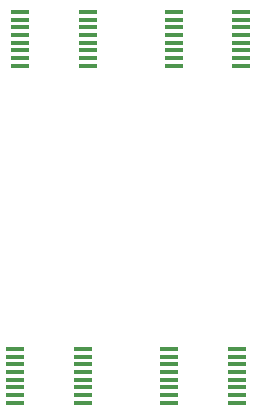
<source format=gbr>
%TF.GenerationSoftware,KiCad,Pcbnew,8.0.9-8.0.9-0~ubuntu22.04.1*%
%TF.CreationDate,2025-03-21T08:59:58-04:00*%
%TF.ProjectId,WS_Wheel_PCB,57535f57-6865-4656-9c5f-5043422e6b69,rev?*%
%TF.SameCoordinates,Original*%
%TF.FileFunction,Paste,Top*%
%TF.FilePolarity,Positive*%
%FSLAX46Y46*%
G04 Gerber Fmt 4.6, Leading zero omitted, Abs format (unit mm)*
G04 Created by KiCad (PCBNEW 8.0.9-8.0.9-0~ubuntu22.04.1) date 2025-03-21 08:59:58*
%MOMM*%
%LPD*%
G01*
G04 APERTURE LIST*
G04 Aperture macros list*
%AMRoundRect*
0 Rectangle with rounded corners*
0 $1 Rounding radius*
0 $2 $3 $4 $5 $6 $7 $8 $9 X,Y pos of 4 corners*
0 Add a 4 corners polygon primitive as box body*
4,1,4,$2,$3,$4,$5,$6,$7,$8,$9,$2,$3,0*
0 Add four circle primitives for the rounded corners*
1,1,$1+$1,$2,$3*
1,1,$1+$1,$4,$5*
1,1,$1+$1,$6,$7*
1,1,$1+$1,$8,$9*
0 Add four rect primitives between the rounded corners*
20,1,$1+$1,$2,$3,$4,$5,0*
20,1,$1+$1,$4,$5,$6,$7,0*
20,1,$1+$1,$6,$7,$8,$9,0*
20,1,$1+$1,$8,$9,$2,$3,0*%
G04 Aperture macros list end*
%ADD10RoundRect,0.100000X0.675000X0.100000X-0.675000X0.100000X-0.675000X-0.100000X0.675000X-0.100000X0*%
%ADD11RoundRect,0.100000X-0.675000X-0.100000X0.675000X-0.100000X0.675000X0.100000X-0.675000X0.100000X0*%
G04 APERTURE END LIST*
D10*
%TO.C,LS3*%
X144675000Y-78525000D03*
X144675000Y-77875000D03*
X144675000Y-77225000D03*
X144675000Y-76575000D03*
X144675000Y-75925000D03*
X144675000Y-75275000D03*
X144675000Y-74625000D03*
X144675000Y-73975000D03*
X138925000Y-73975000D03*
X138925000Y-74625000D03*
X138925000Y-75275000D03*
X138925000Y-75925000D03*
X138925000Y-76575000D03*
X138925000Y-77225000D03*
X138925000Y-77875000D03*
X138925000Y-78525000D03*
%TD*%
D11*
%TO.C,LS1*%
X139325000Y-45450000D03*
X139325000Y-46100000D03*
X139325000Y-46750000D03*
X139325000Y-47400000D03*
X139325000Y-48050000D03*
X139325000Y-48700000D03*
X139325000Y-49350000D03*
X139325000Y-50000000D03*
X145075000Y-50000000D03*
X145075000Y-49350000D03*
X145075000Y-48700000D03*
X145075000Y-48050000D03*
X145075000Y-47400000D03*
X145075000Y-46750000D03*
X145075000Y-46100000D03*
X145075000Y-45450000D03*
%TD*%
%TO.C,LS2*%
X152325000Y-45450000D03*
X152325000Y-46100000D03*
X152325000Y-46750000D03*
X152325000Y-47400000D03*
X152325000Y-48050000D03*
X152325000Y-48700000D03*
X152325000Y-49350000D03*
X152325000Y-50000000D03*
X158075000Y-50000000D03*
X158075000Y-49350000D03*
X158075000Y-48700000D03*
X158075000Y-48050000D03*
X158075000Y-47400000D03*
X158075000Y-46750000D03*
X158075000Y-46100000D03*
X158075000Y-45450000D03*
%TD*%
D10*
%TO.C,LS4*%
X157675000Y-78525000D03*
X157675000Y-77875000D03*
X157675000Y-77225000D03*
X157675000Y-76575000D03*
X157675000Y-75925000D03*
X157675000Y-75275000D03*
X157675000Y-74625000D03*
X157675000Y-73975000D03*
X151925000Y-73975000D03*
X151925000Y-74625000D03*
X151925000Y-75275000D03*
X151925000Y-75925000D03*
X151925000Y-76575000D03*
X151925000Y-77225000D03*
X151925000Y-77875000D03*
X151925000Y-78525000D03*
%TD*%
M02*

</source>
